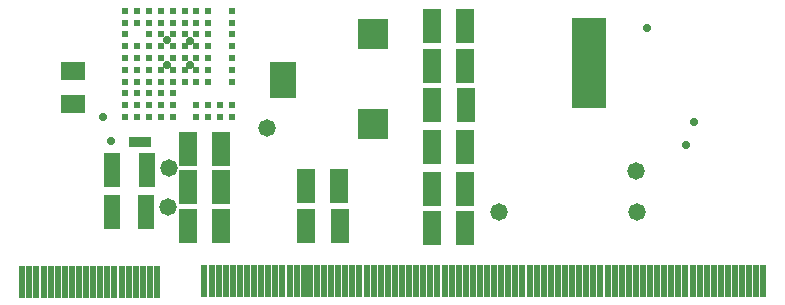
<source format=gbr>
%TF.GenerationSoftware,Altium Limited,CircuitMaker,2.0.2 (2.0.2.40)*%
G04 Layer_Color=20142*
%FSLAX24Y24*%
%MOIN*%
%TF.SameCoordinates,FDAE7A5D-6217-40FD-BC7F-11D62B7A5D98*%
%TF.FilePolarity,Negative*%
%TF.FileFunction,Soldermask,Top*%
%TF.Part,Single*%
G01*
G75*
%TA.AperFunction,SMDPad,CuDef*%
%ADD52R,0.0789X0.0592*%
%TA.AperFunction,ConnectorPad*%
%ADD53R,0.0237X0.1064*%
%TA.AperFunction,SMDPad,CuDef*%
%ADD54R,0.0592X0.1143*%
%ADD55R,0.0552X0.1143*%
%ADD56R,0.0493X0.0356*%
%ADD57R,0.0285X0.0356*%
%TA.AperFunction,BGAPad,SMDef*%
%ADD58R,0.0217X0.0217*%
%ADD59R,0.0217X0.0217*%
%TA.AperFunction,SMDPad,CuDef*%
%ADD60R,0.1025X0.1025*%
%ADD61R,0.0867X0.1222*%
%TA.AperFunction,ViaPad*%
%ADD62C,0.0277*%
%ADD63C,0.0580*%
%TA.AperFunction,NonConductor*%
%ADD64R,0.1142X0.3031*%
D52*
X17933Y17687D02*
D03*
Y16585D02*
D03*
D53*
X25626Y10681D02*
D03*
X25390D02*
D03*
X25154D02*
D03*
X24918D02*
D03*
X24681D02*
D03*
X24445D02*
D03*
X24209D02*
D03*
X23973D02*
D03*
X23737D02*
D03*
X23500D02*
D03*
X23264D02*
D03*
X23028D02*
D03*
X22792D02*
D03*
X22556D02*
D03*
X22319D02*
D03*
X40951D02*
D03*
X40715D02*
D03*
X40479D02*
D03*
X40243D02*
D03*
X40006D02*
D03*
X39770D02*
D03*
X39534D02*
D03*
X39298D02*
D03*
X39061D02*
D03*
X38825D02*
D03*
X38589D02*
D03*
X38353D02*
D03*
X38117D02*
D03*
X37880D02*
D03*
X37644D02*
D03*
X37408D02*
D03*
X37172D02*
D03*
X36935D02*
D03*
X36699D02*
D03*
X36463D02*
D03*
X35282D02*
D03*
X35518D02*
D03*
X35754D02*
D03*
X35991D02*
D03*
X36227D02*
D03*
X34101D02*
D03*
X34337D02*
D03*
X34573D02*
D03*
X34809D02*
D03*
X35046D02*
D03*
X33865D02*
D03*
X33628D02*
D03*
X33392D02*
D03*
X33156D02*
D03*
X32920D02*
D03*
X32683D02*
D03*
X32447D02*
D03*
X32211D02*
D03*
X31975D02*
D03*
X31739D02*
D03*
X31502D02*
D03*
X31266D02*
D03*
X31030D02*
D03*
X30794D02*
D03*
X30557D02*
D03*
X30321D02*
D03*
X30085D02*
D03*
X29849D02*
D03*
X29613D02*
D03*
X29376D02*
D03*
X29140D02*
D03*
X28904D02*
D03*
X26306D02*
D03*
X26542D02*
D03*
X26778D02*
D03*
X27014D02*
D03*
X27250D02*
D03*
X27487D02*
D03*
X27723D02*
D03*
X27959D02*
D03*
X28195D02*
D03*
X28431D02*
D03*
X28668D02*
D03*
X26069D02*
D03*
X25833D02*
D03*
X16246Y10651D02*
D03*
X16483D02*
D03*
X16719D02*
D03*
X16955D02*
D03*
X17191D02*
D03*
X18372D02*
D03*
X18136D02*
D03*
X17900D02*
D03*
X17664D02*
D03*
X17428D02*
D03*
X19554D02*
D03*
X19317D02*
D03*
X19081D02*
D03*
X18845D02*
D03*
X18609D02*
D03*
X19790D02*
D03*
X20026D02*
D03*
X20262D02*
D03*
X20498D02*
D03*
X20735D02*
D03*
D54*
X31022Y16535D02*
D03*
X29920D02*
D03*
X31004Y17854D02*
D03*
X29902D02*
D03*
X30992Y15148D02*
D03*
X29890D02*
D03*
X31014Y13760D02*
D03*
X29911D02*
D03*
X31004Y19193D02*
D03*
X29902D02*
D03*
X31014Y12451D02*
D03*
X29911D02*
D03*
X22884Y12500D02*
D03*
X21781D02*
D03*
X26821Y12520D02*
D03*
X25719D02*
D03*
X22874Y15069D02*
D03*
X21772D02*
D03*
X25709Y13829D02*
D03*
X26811D02*
D03*
X22884Y13799D02*
D03*
X21781D02*
D03*
D55*
X20394Y14380D02*
D03*
X19252D02*
D03*
X19232Y12963D02*
D03*
X20374D02*
D03*
D56*
X20295Y15325D02*
D03*
D57*
X19935D02*
D03*
D58*
X19685Y19685D02*
D03*
D59*
X20079D02*
D03*
X20472D02*
D03*
X20866D02*
D03*
X21260D02*
D03*
X21654D02*
D03*
X22047D02*
D03*
X22441D02*
D03*
X23228D02*
D03*
X19685Y19291D02*
D03*
X20079D02*
D03*
X20472D02*
D03*
X20866D02*
D03*
X21260D02*
D03*
X21654D02*
D03*
X22047D02*
D03*
X22441D02*
D03*
X23228D02*
D03*
X19685Y18898D02*
D03*
X20472D02*
D03*
X20866D02*
D03*
X21260D02*
D03*
X21654D02*
D03*
X22047D02*
D03*
X22441D02*
D03*
X23228D02*
D03*
X19685Y18504D02*
D03*
X20079D02*
D03*
X20472D02*
D03*
X20866D02*
D03*
X21260D02*
D03*
X21654D02*
D03*
X22047D02*
D03*
X22441D02*
D03*
X23228D02*
D03*
X19685Y18110D02*
D03*
X20079D02*
D03*
X20472D02*
D03*
X20866D02*
D03*
X21260D02*
D03*
X21654D02*
D03*
X22047D02*
D03*
X22441D02*
D03*
X23228D02*
D03*
X19685Y17717D02*
D03*
X20079D02*
D03*
X20472D02*
D03*
X20866D02*
D03*
X21260D02*
D03*
X21654D02*
D03*
X22047D02*
D03*
X22441D02*
D03*
X23228D02*
D03*
X19685Y17323D02*
D03*
X20079D02*
D03*
X20472D02*
D03*
X20866D02*
D03*
X21260D02*
D03*
X21654D02*
D03*
X22047D02*
D03*
X22441D02*
D03*
X23228D02*
D03*
X19685Y16929D02*
D03*
X20079D02*
D03*
X20472D02*
D03*
X20866D02*
D03*
X21260D02*
D03*
X19685Y16535D02*
D03*
X20079D02*
D03*
X20472D02*
D03*
X20866D02*
D03*
X21260D02*
D03*
X22047D02*
D03*
X22441D02*
D03*
X22835D02*
D03*
X23228D02*
D03*
X19685Y16142D02*
D03*
X20079D02*
D03*
X20472D02*
D03*
X20866D02*
D03*
X21260D02*
D03*
X22047D02*
D03*
X22441D02*
D03*
X22835D02*
D03*
X23228D02*
D03*
D60*
X27943Y18898D02*
D03*
Y15906D02*
D03*
D61*
X24951Y17362D02*
D03*
D62*
X21063Y18701D02*
D03*
X37087Y19094D02*
D03*
X35512Y18661D02*
D03*
Y18268D02*
D03*
Y17795D02*
D03*
X21850Y17874D02*
D03*
X21063D02*
D03*
X21850Y18661D02*
D03*
X38376Y15197D02*
D03*
X38632Y15984D02*
D03*
X19203Y15354D02*
D03*
X18927Y16142D02*
D03*
D63*
X21142Y14449D02*
D03*
X21102Y13150D02*
D03*
X36732Y12992D02*
D03*
X36693Y14331D02*
D03*
X32126Y12992D02*
D03*
X24409Y15787D02*
D03*
D64*
X35138Y17933D02*
D03*
%TF.MD5,891bdba0d18b47c834716b12dba1ad3f*%
M02*

</source>
